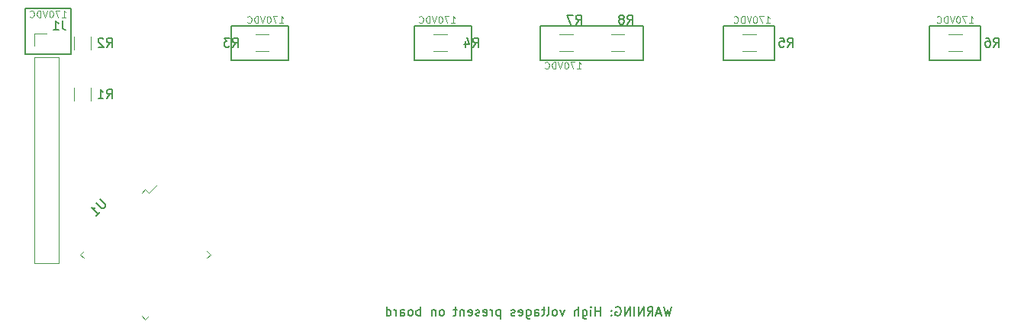
<source format=gbr>
%TF.GenerationSoftware,KiCad,Pcbnew,(6.0.2)*%
%TF.CreationDate,2023-05-21T11:07:31+01:00*%
%TF.ProjectId,Nixie Tube Interface Board,4e697869-6520-4547-9562-6520496e7465,rev?*%
%TF.SameCoordinates,Original*%
%TF.FileFunction,Legend,Bot*%
%TF.FilePolarity,Positive*%
%FSLAX46Y46*%
G04 Gerber Fmt 4.6, Leading zero omitted, Abs format (unit mm)*
G04 Created by KiCad (PCBNEW (6.0.2)) date 2023-05-21 11:07:31*
%MOMM*%
%LPD*%
G01*
G04 APERTURE LIST*
%ADD10C,0.150000*%
%ADD11C,0.100000*%
%ADD12C,0.120000*%
G04 APERTURE END LIST*
D10*
X153017142Y-111212380D02*
X152779047Y-112212380D01*
X152588571Y-111498095D01*
X152398095Y-112212380D01*
X152160000Y-111212380D01*
X151826666Y-111926666D02*
X151350476Y-111926666D01*
X151921904Y-112212380D02*
X151588571Y-111212380D01*
X151255238Y-112212380D01*
X150350476Y-112212380D02*
X150683809Y-111736190D01*
X150921904Y-112212380D02*
X150921904Y-111212380D01*
X150540952Y-111212380D01*
X150445714Y-111260000D01*
X150398095Y-111307619D01*
X150350476Y-111402857D01*
X150350476Y-111545714D01*
X150398095Y-111640952D01*
X150445714Y-111688571D01*
X150540952Y-111736190D01*
X150921904Y-111736190D01*
X149921904Y-112212380D02*
X149921904Y-111212380D01*
X149350476Y-112212380D01*
X149350476Y-111212380D01*
X148874285Y-112212380D02*
X148874285Y-111212380D01*
X148398095Y-112212380D02*
X148398095Y-111212380D01*
X147826666Y-112212380D01*
X147826666Y-111212380D01*
X146826666Y-111260000D02*
X146921904Y-111212380D01*
X147064761Y-111212380D01*
X147207619Y-111260000D01*
X147302857Y-111355238D01*
X147350476Y-111450476D01*
X147398095Y-111640952D01*
X147398095Y-111783809D01*
X147350476Y-111974285D01*
X147302857Y-112069523D01*
X147207619Y-112164761D01*
X147064761Y-112212380D01*
X146969523Y-112212380D01*
X146826666Y-112164761D01*
X146779047Y-112117142D01*
X146779047Y-111783809D01*
X146969523Y-111783809D01*
X146350476Y-112117142D02*
X146302857Y-112164761D01*
X146350476Y-112212380D01*
X146398095Y-112164761D01*
X146350476Y-112117142D01*
X146350476Y-112212380D01*
X146350476Y-111593333D02*
X146302857Y-111640952D01*
X146350476Y-111688571D01*
X146398095Y-111640952D01*
X146350476Y-111593333D01*
X146350476Y-111688571D01*
X145112380Y-112212380D02*
X145112380Y-111212380D01*
X145112380Y-111688571D02*
X144540952Y-111688571D01*
X144540952Y-112212380D02*
X144540952Y-111212380D01*
X144064761Y-112212380D02*
X144064761Y-111545714D01*
X144064761Y-111212380D02*
X144112380Y-111260000D01*
X144064761Y-111307619D01*
X144017142Y-111260000D01*
X144064761Y-111212380D01*
X144064761Y-111307619D01*
X143160000Y-111545714D02*
X143160000Y-112355238D01*
X143207619Y-112450476D01*
X143255238Y-112498095D01*
X143350476Y-112545714D01*
X143493333Y-112545714D01*
X143588571Y-112498095D01*
X143160000Y-112164761D02*
X143255238Y-112212380D01*
X143445714Y-112212380D01*
X143540952Y-112164761D01*
X143588571Y-112117142D01*
X143636190Y-112021904D01*
X143636190Y-111736190D01*
X143588571Y-111640952D01*
X143540952Y-111593333D01*
X143445714Y-111545714D01*
X143255238Y-111545714D01*
X143160000Y-111593333D01*
X142683809Y-112212380D02*
X142683809Y-111212380D01*
X142255238Y-112212380D02*
X142255238Y-111688571D01*
X142302857Y-111593333D01*
X142398095Y-111545714D01*
X142540952Y-111545714D01*
X142636190Y-111593333D01*
X142683809Y-111640952D01*
X141112380Y-111545714D02*
X140874285Y-112212380D01*
X140636190Y-111545714D01*
X140112380Y-112212380D02*
X140207619Y-112164761D01*
X140255238Y-112117142D01*
X140302857Y-112021904D01*
X140302857Y-111736190D01*
X140255238Y-111640952D01*
X140207619Y-111593333D01*
X140112380Y-111545714D01*
X139969523Y-111545714D01*
X139874285Y-111593333D01*
X139826666Y-111640952D01*
X139779047Y-111736190D01*
X139779047Y-112021904D01*
X139826666Y-112117142D01*
X139874285Y-112164761D01*
X139969523Y-112212380D01*
X140112380Y-112212380D01*
X139207619Y-112212380D02*
X139302857Y-112164761D01*
X139350476Y-112069523D01*
X139350476Y-111212380D01*
X138969523Y-111545714D02*
X138588571Y-111545714D01*
X138826666Y-111212380D02*
X138826666Y-112069523D01*
X138779047Y-112164761D01*
X138683809Y-112212380D01*
X138588571Y-112212380D01*
X137826666Y-112212380D02*
X137826666Y-111688571D01*
X137874285Y-111593333D01*
X137969523Y-111545714D01*
X138160000Y-111545714D01*
X138255238Y-111593333D01*
X137826666Y-112164761D02*
X137921904Y-112212380D01*
X138160000Y-112212380D01*
X138255238Y-112164761D01*
X138302857Y-112069523D01*
X138302857Y-111974285D01*
X138255238Y-111879047D01*
X138160000Y-111831428D01*
X137921904Y-111831428D01*
X137826666Y-111783809D01*
X136921904Y-111545714D02*
X136921904Y-112355238D01*
X136969523Y-112450476D01*
X137017142Y-112498095D01*
X137112380Y-112545714D01*
X137255238Y-112545714D01*
X137350476Y-112498095D01*
X136921904Y-112164761D02*
X137017142Y-112212380D01*
X137207619Y-112212380D01*
X137302857Y-112164761D01*
X137350476Y-112117142D01*
X137398095Y-112021904D01*
X137398095Y-111736190D01*
X137350476Y-111640952D01*
X137302857Y-111593333D01*
X137207619Y-111545714D01*
X137017142Y-111545714D01*
X136921904Y-111593333D01*
X136064761Y-112164761D02*
X136160000Y-112212380D01*
X136350476Y-112212380D01*
X136445714Y-112164761D01*
X136493333Y-112069523D01*
X136493333Y-111688571D01*
X136445714Y-111593333D01*
X136350476Y-111545714D01*
X136160000Y-111545714D01*
X136064761Y-111593333D01*
X136017142Y-111688571D01*
X136017142Y-111783809D01*
X136493333Y-111879047D01*
X135636190Y-112164761D02*
X135540952Y-112212380D01*
X135350476Y-112212380D01*
X135255238Y-112164761D01*
X135207619Y-112069523D01*
X135207619Y-112021904D01*
X135255238Y-111926666D01*
X135350476Y-111879047D01*
X135493333Y-111879047D01*
X135588571Y-111831428D01*
X135636190Y-111736190D01*
X135636190Y-111688571D01*
X135588571Y-111593333D01*
X135493333Y-111545714D01*
X135350476Y-111545714D01*
X135255238Y-111593333D01*
X134017142Y-111545714D02*
X134017142Y-112545714D01*
X134017142Y-111593333D02*
X133921904Y-111545714D01*
X133731428Y-111545714D01*
X133636190Y-111593333D01*
X133588571Y-111640952D01*
X133540952Y-111736190D01*
X133540952Y-112021904D01*
X133588571Y-112117142D01*
X133636190Y-112164761D01*
X133731428Y-112212380D01*
X133921904Y-112212380D01*
X134017142Y-112164761D01*
X133112380Y-112212380D02*
X133112380Y-111545714D01*
X133112380Y-111736190D02*
X133064761Y-111640952D01*
X133017142Y-111593333D01*
X132921904Y-111545714D01*
X132826666Y-111545714D01*
X132112380Y-112164761D02*
X132207619Y-112212380D01*
X132398095Y-112212380D01*
X132493333Y-112164761D01*
X132540952Y-112069523D01*
X132540952Y-111688571D01*
X132493333Y-111593333D01*
X132398095Y-111545714D01*
X132207619Y-111545714D01*
X132112380Y-111593333D01*
X132064761Y-111688571D01*
X132064761Y-111783809D01*
X132540952Y-111879047D01*
X131683809Y-112164761D02*
X131588571Y-112212380D01*
X131398095Y-112212380D01*
X131302857Y-112164761D01*
X131255238Y-112069523D01*
X131255238Y-112021904D01*
X131302857Y-111926666D01*
X131398095Y-111879047D01*
X131540952Y-111879047D01*
X131636190Y-111831428D01*
X131683809Y-111736190D01*
X131683809Y-111688571D01*
X131636190Y-111593333D01*
X131540952Y-111545714D01*
X131398095Y-111545714D01*
X131302857Y-111593333D01*
X130445714Y-112164761D02*
X130540952Y-112212380D01*
X130731428Y-112212380D01*
X130826666Y-112164761D01*
X130874285Y-112069523D01*
X130874285Y-111688571D01*
X130826666Y-111593333D01*
X130731428Y-111545714D01*
X130540952Y-111545714D01*
X130445714Y-111593333D01*
X130398095Y-111688571D01*
X130398095Y-111783809D01*
X130874285Y-111879047D01*
X129969523Y-111545714D02*
X129969523Y-112212380D01*
X129969523Y-111640952D02*
X129921904Y-111593333D01*
X129826666Y-111545714D01*
X129683809Y-111545714D01*
X129588571Y-111593333D01*
X129540952Y-111688571D01*
X129540952Y-112212380D01*
X129207619Y-111545714D02*
X128826666Y-111545714D01*
X129064761Y-111212380D02*
X129064761Y-112069523D01*
X129017142Y-112164761D01*
X128921904Y-112212380D01*
X128826666Y-112212380D01*
X127588571Y-112212380D02*
X127683809Y-112164761D01*
X127731428Y-112117142D01*
X127779047Y-112021904D01*
X127779047Y-111736190D01*
X127731428Y-111640952D01*
X127683809Y-111593333D01*
X127588571Y-111545714D01*
X127445714Y-111545714D01*
X127350476Y-111593333D01*
X127302857Y-111640952D01*
X127255238Y-111736190D01*
X127255238Y-112021904D01*
X127302857Y-112117142D01*
X127350476Y-112164761D01*
X127445714Y-112212380D01*
X127588571Y-112212380D01*
X126826666Y-111545714D02*
X126826666Y-112212380D01*
X126826666Y-111640952D02*
X126779047Y-111593333D01*
X126683809Y-111545714D01*
X126540952Y-111545714D01*
X126445714Y-111593333D01*
X126398095Y-111688571D01*
X126398095Y-112212380D01*
X125160000Y-112212380D02*
X125160000Y-111212380D01*
X125160000Y-111593333D02*
X125064761Y-111545714D01*
X124874285Y-111545714D01*
X124779047Y-111593333D01*
X124731428Y-111640952D01*
X124683809Y-111736190D01*
X124683809Y-112021904D01*
X124731428Y-112117142D01*
X124779047Y-112164761D01*
X124874285Y-112212380D01*
X125064761Y-112212380D01*
X125160000Y-112164761D01*
X124112380Y-112212380D02*
X124207619Y-112164761D01*
X124255238Y-112117142D01*
X124302857Y-112021904D01*
X124302857Y-111736190D01*
X124255238Y-111640952D01*
X124207619Y-111593333D01*
X124112380Y-111545714D01*
X123969523Y-111545714D01*
X123874285Y-111593333D01*
X123826666Y-111640952D01*
X123779047Y-111736190D01*
X123779047Y-112021904D01*
X123826666Y-112117142D01*
X123874285Y-112164761D01*
X123969523Y-112212380D01*
X124112380Y-112212380D01*
X122921904Y-112212380D02*
X122921904Y-111688571D01*
X122969523Y-111593333D01*
X123064761Y-111545714D01*
X123255238Y-111545714D01*
X123350476Y-111593333D01*
X122921904Y-112164761D02*
X123017142Y-112212380D01*
X123255238Y-112212380D01*
X123350476Y-112164761D01*
X123398095Y-112069523D01*
X123398095Y-111974285D01*
X123350476Y-111879047D01*
X123255238Y-111831428D01*
X123017142Y-111831428D01*
X122921904Y-111783809D01*
X122445714Y-112212380D02*
X122445714Y-111545714D01*
X122445714Y-111736190D02*
X122398095Y-111640952D01*
X122350476Y-111593333D01*
X122255238Y-111545714D01*
X122160000Y-111545714D01*
X121398095Y-112212380D02*
X121398095Y-111212380D01*
X121398095Y-112164761D02*
X121493333Y-112212380D01*
X121683809Y-112212380D01*
X121779047Y-112164761D01*
X121826666Y-112117142D01*
X121874285Y-112021904D01*
X121874285Y-111736190D01*
X121826666Y-111640952D01*
X121779047Y-111593333D01*
X121683809Y-111545714D01*
X121493333Y-111545714D01*
X121398095Y-111593333D01*
X181610000Y-83820000D02*
X187325000Y-83820000D01*
X187325000Y-83820000D02*
X187325000Y-80010000D01*
X187325000Y-80010000D02*
X181610000Y-80010000D01*
X181610000Y-80010000D02*
X181610000Y-83820000D01*
X158750000Y-83820000D02*
X164465000Y-83820000D01*
X164465000Y-83820000D02*
X164465000Y-80010000D01*
X164465000Y-80010000D02*
X158750000Y-80010000D01*
X158750000Y-80010000D02*
X158750000Y-83820000D01*
X138430000Y-83820000D02*
X149860000Y-83820000D01*
X149860000Y-83820000D02*
X149860000Y-80010000D01*
X149860000Y-80010000D02*
X138430000Y-80010000D01*
X138430000Y-80010000D02*
X138430000Y-83820000D01*
X124460000Y-83820000D02*
X130810000Y-83820000D01*
X130810000Y-83820000D02*
X130810000Y-80010000D01*
X130810000Y-80010000D02*
X124460000Y-80010000D01*
X124460000Y-80010000D02*
X124460000Y-83820000D01*
X104140000Y-83820000D02*
X110490000Y-83820000D01*
X110490000Y-83820000D02*
X110490000Y-80010000D01*
X110490000Y-80010000D02*
X104140000Y-80010000D01*
X104140000Y-80010000D02*
X104140000Y-83820000D01*
D11*
X85391428Y-79079285D02*
X85820000Y-79079285D01*
X85605714Y-79079285D02*
X85605714Y-78329285D01*
X85677142Y-78436428D01*
X85748571Y-78507857D01*
X85820000Y-78543571D01*
X85141428Y-78329285D02*
X84641428Y-78329285D01*
X84962857Y-79079285D01*
X84212857Y-78329285D02*
X84141428Y-78329285D01*
X84070000Y-78365000D01*
X84034285Y-78400714D01*
X83998571Y-78472142D01*
X83962857Y-78615000D01*
X83962857Y-78793571D01*
X83998571Y-78936428D01*
X84034285Y-79007857D01*
X84070000Y-79043571D01*
X84141428Y-79079285D01*
X84212857Y-79079285D01*
X84284285Y-79043571D01*
X84320000Y-79007857D01*
X84355714Y-78936428D01*
X84391428Y-78793571D01*
X84391428Y-78615000D01*
X84355714Y-78472142D01*
X84320000Y-78400714D01*
X84284285Y-78365000D01*
X84212857Y-78329285D01*
X83748571Y-78329285D02*
X83498571Y-79079285D01*
X83248571Y-78329285D01*
X82998571Y-79079285D02*
X82998571Y-78329285D01*
X82820000Y-78329285D01*
X82712857Y-78365000D01*
X82641428Y-78436428D01*
X82605714Y-78507857D01*
X82570000Y-78650714D01*
X82570000Y-78757857D01*
X82605714Y-78900714D01*
X82641428Y-78972142D01*
X82712857Y-79043571D01*
X82820000Y-79079285D01*
X82998571Y-79079285D01*
X81820000Y-79007857D02*
X81855714Y-79043571D01*
X81962857Y-79079285D01*
X82034285Y-79079285D01*
X82141428Y-79043571D01*
X82212857Y-78972142D01*
X82248571Y-78900714D01*
X82284285Y-78757857D01*
X82284285Y-78650714D01*
X82248571Y-78507857D01*
X82212857Y-78436428D01*
X82141428Y-78365000D01*
X82034285Y-78329285D01*
X81962857Y-78329285D01*
X81855714Y-78365000D01*
X81820000Y-78400714D01*
D10*
X81280000Y-78105000D02*
X86360000Y-78105000D01*
X86360000Y-78105000D02*
X86360000Y-83185000D01*
X86360000Y-83185000D02*
X81280000Y-83185000D01*
X81280000Y-83185000D02*
X81280000Y-78105000D01*
D11*
X186038928Y-79714285D02*
X186467500Y-79714285D01*
X186253214Y-79714285D02*
X186253214Y-78964285D01*
X186324642Y-79071428D01*
X186396071Y-79142857D01*
X186467500Y-79178571D01*
X185788928Y-78964285D02*
X185288928Y-78964285D01*
X185610357Y-79714285D01*
X184860357Y-78964285D02*
X184788928Y-78964285D01*
X184717500Y-79000000D01*
X184681785Y-79035714D01*
X184646071Y-79107142D01*
X184610357Y-79250000D01*
X184610357Y-79428571D01*
X184646071Y-79571428D01*
X184681785Y-79642857D01*
X184717500Y-79678571D01*
X184788928Y-79714285D01*
X184860357Y-79714285D01*
X184931785Y-79678571D01*
X184967500Y-79642857D01*
X185003214Y-79571428D01*
X185038928Y-79428571D01*
X185038928Y-79250000D01*
X185003214Y-79107142D01*
X184967500Y-79035714D01*
X184931785Y-79000000D01*
X184860357Y-78964285D01*
X184396071Y-78964285D02*
X184146071Y-79714285D01*
X183896071Y-78964285D01*
X183646071Y-79714285D02*
X183646071Y-78964285D01*
X183467500Y-78964285D01*
X183360357Y-79000000D01*
X183288928Y-79071428D01*
X183253214Y-79142857D01*
X183217500Y-79285714D01*
X183217500Y-79392857D01*
X183253214Y-79535714D01*
X183288928Y-79607142D01*
X183360357Y-79678571D01*
X183467500Y-79714285D01*
X183646071Y-79714285D01*
X182467500Y-79642857D02*
X182503214Y-79678571D01*
X182610357Y-79714285D01*
X182681785Y-79714285D01*
X182788928Y-79678571D01*
X182860357Y-79607142D01*
X182896071Y-79535714D01*
X182931785Y-79392857D01*
X182931785Y-79285714D01*
X182896071Y-79142857D01*
X182860357Y-79071428D01*
X182788928Y-79000000D01*
X182681785Y-78964285D01*
X182610357Y-78964285D01*
X182503214Y-79000000D01*
X182467500Y-79035714D01*
X163496428Y-79714285D02*
X163925000Y-79714285D01*
X163710714Y-79714285D02*
X163710714Y-78964285D01*
X163782142Y-79071428D01*
X163853571Y-79142857D01*
X163925000Y-79178571D01*
X163246428Y-78964285D02*
X162746428Y-78964285D01*
X163067857Y-79714285D01*
X162317857Y-78964285D02*
X162246428Y-78964285D01*
X162175000Y-79000000D01*
X162139285Y-79035714D01*
X162103571Y-79107142D01*
X162067857Y-79250000D01*
X162067857Y-79428571D01*
X162103571Y-79571428D01*
X162139285Y-79642857D01*
X162175000Y-79678571D01*
X162246428Y-79714285D01*
X162317857Y-79714285D01*
X162389285Y-79678571D01*
X162425000Y-79642857D01*
X162460714Y-79571428D01*
X162496428Y-79428571D01*
X162496428Y-79250000D01*
X162460714Y-79107142D01*
X162425000Y-79035714D01*
X162389285Y-79000000D01*
X162317857Y-78964285D01*
X161853571Y-78964285D02*
X161603571Y-79714285D01*
X161353571Y-78964285D01*
X161103571Y-79714285D02*
X161103571Y-78964285D01*
X160925000Y-78964285D01*
X160817857Y-79000000D01*
X160746428Y-79071428D01*
X160710714Y-79142857D01*
X160675000Y-79285714D01*
X160675000Y-79392857D01*
X160710714Y-79535714D01*
X160746428Y-79607142D01*
X160817857Y-79678571D01*
X160925000Y-79714285D01*
X161103571Y-79714285D01*
X159925000Y-79642857D02*
X159960714Y-79678571D01*
X160067857Y-79714285D01*
X160139285Y-79714285D01*
X160246428Y-79678571D01*
X160317857Y-79607142D01*
X160353571Y-79535714D01*
X160389285Y-79392857D01*
X160389285Y-79285714D01*
X160353571Y-79142857D01*
X160317857Y-79071428D01*
X160246428Y-79000000D01*
X160139285Y-78964285D01*
X160067857Y-78964285D01*
X159960714Y-79000000D01*
X159925000Y-79035714D01*
X142541428Y-84794285D02*
X142970000Y-84794285D01*
X142755714Y-84794285D02*
X142755714Y-84044285D01*
X142827142Y-84151428D01*
X142898571Y-84222857D01*
X142970000Y-84258571D01*
X142291428Y-84044285D02*
X141791428Y-84044285D01*
X142112857Y-84794285D01*
X141362857Y-84044285D02*
X141291428Y-84044285D01*
X141220000Y-84080000D01*
X141184285Y-84115714D01*
X141148571Y-84187142D01*
X141112857Y-84330000D01*
X141112857Y-84508571D01*
X141148571Y-84651428D01*
X141184285Y-84722857D01*
X141220000Y-84758571D01*
X141291428Y-84794285D01*
X141362857Y-84794285D01*
X141434285Y-84758571D01*
X141470000Y-84722857D01*
X141505714Y-84651428D01*
X141541428Y-84508571D01*
X141541428Y-84330000D01*
X141505714Y-84187142D01*
X141470000Y-84115714D01*
X141434285Y-84080000D01*
X141362857Y-84044285D01*
X140898571Y-84044285D02*
X140648571Y-84794285D01*
X140398571Y-84044285D01*
X140148571Y-84794285D02*
X140148571Y-84044285D01*
X139970000Y-84044285D01*
X139862857Y-84080000D01*
X139791428Y-84151428D01*
X139755714Y-84222857D01*
X139720000Y-84365714D01*
X139720000Y-84472857D01*
X139755714Y-84615714D01*
X139791428Y-84687142D01*
X139862857Y-84758571D01*
X139970000Y-84794285D01*
X140148571Y-84794285D01*
X138970000Y-84722857D02*
X139005714Y-84758571D01*
X139112857Y-84794285D01*
X139184285Y-84794285D01*
X139291428Y-84758571D01*
X139362857Y-84687142D01*
X139398571Y-84615714D01*
X139434285Y-84472857D01*
X139434285Y-84365714D01*
X139398571Y-84222857D01*
X139362857Y-84151428D01*
X139291428Y-84080000D01*
X139184285Y-84044285D01*
X139112857Y-84044285D01*
X139005714Y-84080000D01*
X138970000Y-84115714D01*
X128571428Y-79714285D02*
X129000000Y-79714285D01*
X128785714Y-79714285D02*
X128785714Y-78964285D01*
X128857142Y-79071428D01*
X128928571Y-79142857D01*
X129000000Y-79178571D01*
X128321428Y-78964285D02*
X127821428Y-78964285D01*
X128142857Y-79714285D01*
X127392857Y-78964285D02*
X127321428Y-78964285D01*
X127250000Y-79000000D01*
X127214285Y-79035714D01*
X127178571Y-79107142D01*
X127142857Y-79250000D01*
X127142857Y-79428571D01*
X127178571Y-79571428D01*
X127214285Y-79642857D01*
X127250000Y-79678571D01*
X127321428Y-79714285D01*
X127392857Y-79714285D01*
X127464285Y-79678571D01*
X127500000Y-79642857D01*
X127535714Y-79571428D01*
X127571428Y-79428571D01*
X127571428Y-79250000D01*
X127535714Y-79107142D01*
X127500000Y-79035714D01*
X127464285Y-79000000D01*
X127392857Y-78964285D01*
X126928571Y-78964285D02*
X126678571Y-79714285D01*
X126428571Y-78964285D01*
X126178571Y-79714285D02*
X126178571Y-78964285D01*
X126000000Y-78964285D01*
X125892857Y-79000000D01*
X125821428Y-79071428D01*
X125785714Y-79142857D01*
X125750000Y-79285714D01*
X125750000Y-79392857D01*
X125785714Y-79535714D01*
X125821428Y-79607142D01*
X125892857Y-79678571D01*
X126000000Y-79714285D01*
X126178571Y-79714285D01*
X125000000Y-79642857D02*
X125035714Y-79678571D01*
X125142857Y-79714285D01*
X125214285Y-79714285D01*
X125321428Y-79678571D01*
X125392857Y-79607142D01*
X125428571Y-79535714D01*
X125464285Y-79392857D01*
X125464285Y-79285714D01*
X125428571Y-79142857D01*
X125392857Y-79071428D01*
X125321428Y-79000000D01*
X125214285Y-78964285D01*
X125142857Y-78964285D01*
X125035714Y-79000000D01*
X125000000Y-79035714D01*
X109521428Y-79714285D02*
X109950000Y-79714285D01*
X109735714Y-79714285D02*
X109735714Y-78964285D01*
X109807142Y-79071428D01*
X109878571Y-79142857D01*
X109950000Y-79178571D01*
X109271428Y-78964285D02*
X108771428Y-78964285D01*
X109092857Y-79714285D01*
X108342857Y-78964285D02*
X108271428Y-78964285D01*
X108200000Y-79000000D01*
X108164285Y-79035714D01*
X108128571Y-79107142D01*
X108092857Y-79250000D01*
X108092857Y-79428571D01*
X108128571Y-79571428D01*
X108164285Y-79642857D01*
X108200000Y-79678571D01*
X108271428Y-79714285D01*
X108342857Y-79714285D01*
X108414285Y-79678571D01*
X108450000Y-79642857D01*
X108485714Y-79571428D01*
X108521428Y-79428571D01*
X108521428Y-79250000D01*
X108485714Y-79107142D01*
X108450000Y-79035714D01*
X108414285Y-79000000D01*
X108342857Y-78964285D01*
X107878571Y-78964285D02*
X107628571Y-79714285D01*
X107378571Y-78964285D01*
X107128571Y-79714285D02*
X107128571Y-78964285D01*
X106950000Y-78964285D01*
X106842857Y-79000000D01*
X106771428Y-79071428D01*
X106735714Y-79142857D01*
X106700000Y-79285714D01*
X106700000Y-79392857D01*
X106735714Y-79535714D01*
X106771428Y-79607142D01*
X106842857Y-79678571D01*
X106950000Y-79714285D01*
X107128571Y-79714285D01*
X105950000Y-79642857D02*
X105985714Y-79678571D01*
X106092857Y-79714285D01*
X106164285Y-79714285D01*
X106271428Y-79678571D01*
X106342857Y-79607142D01*
X106378571Y-79535714D01*
X106414285Y-79392857D01*
X106414285Y-79285714D01*
X106378571Y-79142857D01*
X106342857Y-79071428D01*
X106271428Y-79000000D01*
X106164285Y-78964285D01*
X106092857Y-78964285D01*
X105985714Y-79000000D01*
X105950000Y-79035714D01*
D10*
%TO.C,U1*%
X89569287Y-99286791D02*
X90141707Y-99859211D01*
X90175379Y-99960226D01*
X90175379Y-100027570D01*
X90141707Y-100128585D01*
X90007020Y-100263272D01*
X89906005Y-100296944D01*
X89838661Y-100296944D01*
X89737646Y-100263272D01*
X89165226Y-99690852D01*
X89165226Y-101105066D02*
X89569287Y-100701005D01*
X89367257Y-100903035D02*
X88660150Y-100195929D01*
X88828509Y-100229600D01*
X88963196Y-100229600D01*
X89064211Y-100195929D01*
%TO.C,R7*%
X142406666Y-79827380D02*
X142740000Y-79351190D01*
X142978095Y-79827380D02*
X142978095Y-78827380D01*
X142597142Y-78827380D01*
X142501904Y-78875000D01*
X142454285Y-78922619D01*
X142406666Y-79017857D01*
X142406666Y-79160714D01*
X142454285Y-79255952D01*
X142501904Y-79303571D01*
X142597142Y-79351190D01*
X142978095Y-79351190D01*
X142073333Y-78827380D02*
X141406666Y-78827380D01*
X141835238Y-79827380D01*
%TO.C,R8*%
X148121666Y-79827380D02*
X148455000Y-79351190D01*
X148693095Y-79827380D02*
X148693095Y-78827380D01*
X148312142Y-78827380D01*
X148216904Y-78875000D01*
X148169285Y-78922619D01*
X148121666Y-79017857D01*
X148121666Y-79160714D01*
X148169285Y-79255952D01*
X148216904Y-79303571D01*
X148312142Y-79351190D01*
X148693095Y-79351190D01*
X147550238Y-79255952D02*
X147645476Y-79208333D01*
X147693095Y-79160714D01*
X147740714Y-79065476D01*
X147740714Y-79017857D01*
X147693095Y-78922619D01*
X147645476Y-78875000D01*
X147550238Y-78827380D01*
X147359761Y-78827380D01*
X147264523Y-78875000D01*
X147216904Y-78922619D01*
X147169285Y-79017857D01*
X147169285Y-79065476D01*
X147216904Y-79160714D01*
X147264523Y-79208333D01*
X147359761Y-79255952D01*
X147550238Y-79255952D01*
X147645476Y-79303571D01*
X147693095Y-79351190D01*
X147740714Y-79446428D01*
X147740714Y-79636904D01*
X147693095Y-79732142D01*
X147645476Y-79779761D01*
X147550238Y-79827380D01*
X147359761Y-79827380D01*
X147264523Y-79779761D01*
X147216904Y-79732142D01*
X147169285Y-79636904D01*
X147169285Y-79446428D01*
X147216904Y-79351190D01*
X147264523Y-79303571D01*
X147359761Y-79255952D01*
%TO.C,R5*%
X165901666Y-82367380D02*
X166235000Y-81891190D01*
X166473095Y-82367380D02*
X166473095Y-81367380D01*
X166092142Y-81367380D01*
X165996904Y-81415000D01*
X165949285Y-81462619D01*
X165901666Y-81557857D01*
X165901666Y-81700714D01*
X165949285Y-81795952D01*
X165996904Y-81843571D01*
X166092142Y-81891190D01*
X166473095Y-81891190D01*
X164996904Y-81367380D02*
X165473095Y-81367380D01*
X165520714Y-81843571D01*
X165473095Y-81795952D01*
X165377857Y-81748333D01*
X165139761Y-81748333D01*
X165044523Y-81795952D01*
X164996904Y-81843571D01*
X164949285Y-81938809D01*
X164949285Y-82176904D01*
X164996904Y-82272142D01*
X165044523Y-82319761D01*
X165139761Y-82367380D01*
X165377857Y-82367380D01*
X165473095Y-82319761D01*
X165520714Y-82272142D01*
%TO.C,R3*%
X104306666Y-82367380D02*
X104640000Y-81891190D01*
X104878095Y-82367380D02*
X104878095Y-81367380D01*
X104497142Y-81367380D01*
X104401904Y-81415000D01*
X104354285Y-81462619D01*
X104306666Y-81557857D01*
X104306666Y-81700714D01*
X104354285Y-81795952D01*
X104401904Y-81843571D01*
X104497142Y-81891190D01*
X104878095Y-81891190D01*
X103973333Y-81367380D02*
X103354285Y-81367380D01*
X103687619Y-81748333D01*
X103544761Y-81748333D01*
X103449523Y-81795952D01*
X103401904Y-81843571D01*
X103354285Y-81938809D01*
X103354285Y-82176904D01*
X103401904Y-82272142D01*
X103449523Y-82319761D01*
X103544761Y-82367380D01*
X103830476Y-82367380D01*
X103925714Y-82319761D01*
X103973333Y-82272142D01*
%TO.C,R4*%
X130976666Y-82367380D02*
X131310000Y-81891190D01*
X131548095Y-82367380D02*
X131548095Y-81367380D01*
X131167142Y-81367380D01*
X131071904Y-81415000D01*
X131024285Y-81462619D01*
X130976666Y-81557857D01*
X130976666Y-81700714D01*
X131024285Y-81795952D01*
X131071904Y-81843571D01*
X131167142Y-81891190D01*
X131548095Y-81891190D01*
X130119523Y-81700714D02*
X130119523Y-82367380D01*
X130357619Y-81319761D02*
X130595714Y-82034047D01*
X129976666Y-82034047D01*
%TO.C,R6*%
X188761666Y-82367380D02*
X189095000Y-81891190D01*
X189333095Y-82367380D02*
X189333095Y-81367380D01*
X188952142Y-81367380D01*
X188856904Y-81415000D01*
X188809285Y-81462619D01*
X188761666Y-81557857D01*
X188761666Y-81700714D01*
X188809285Y-81795952D01*
X188856904Y-81843571D01*
X188952142Y-81891190D01*
X189333095Y-81891190D01*
X187904523Y-81367380D02*
X188095000Y-81367380D01*
X188190238Y-81415000D01*
X188237857Y-81462619D01*
X188333095Y-81605476D01*
X188380714Y-81795952D01*
X188380714Y-82176904D01*
X188333095Y-82272142D01*
X188285476Y-82319761D01*
X188190238Y-82367380D01*
X187999761Y-82367380D01*
X187904523Y-82319761D01*
X187856904Y-82272142D01*
X187809285Y-82176904D01*
X187809285Y-81938809D01*
X187856904Y-81843571D01*
X187904523Y-81795952D01*
X187999761Y-81748333D01*
X188190238Y-81748333D01*
X188285476Y-81795952D01*
X188333095Y-81843571D01*
X188380714Y-81938809D01*
%TO.C,R1*%
X90336666Y-88082380D02*
X90670000Y-87606190D01*
X90908095Y-88082380D02*
X90908095Y-87082380D01*
X90527142Y-87082380D01*
X90431904Y-87130000D01*
X90384285Y-87177619D01*
X90336666Y-87272857D01*
X90336666Y-87415714D01*
X90384285Y-87510952D01*
X90431904Y-87558571D01*
X90527142Y-87606190D01*
X90908095Y-87606190D01*
X89384285Y-88082380D02*
X89955714Y-88082380D01*
X89670000Y-88082380D02*
X89670000Y-87082380D01*
X89765238Y-87225238D01*
X89860476Y-87320476D01*
X89955714Y-87368095D01*
%TO.C,R2*%
X90336666Y-82367380D02*
X90670000Y-81891190D01*
X90908095Y-82367380D02*
X90908095Y-81367380D01*
X90527142Y-81367380D01*
X90431904Y-81415000D01*
X90384285Y-81462619D01*
X90336666Y-81557857D01*
X90336666Y-81700714D01*
X90384285Y-81795952D01*
X90431904Y-81843571D01*
X90527142Y-81891190D01*
X90908095Y-81891190D01*
X89955714Y-81462619D02*
X89908095Y-81415000D01*
X89812857Y-81367380D01*
X89574761Y-81367380D01*
X89479523Y-81415000D01*
X89431904Y-81462619D01*
X89384285Y-81557857D01*
X89384285Y-81653095D01*
X89431904Y-81795952D01*
X90003333Y-82367380D01*
X89384285Y-82367380D01*
%TO.C,J1*%
X85423333Y-79462380D02*
X85423333Y-80176666D01*
X85470952Y-80319523D01*
X85566190Y-80414761D01*
X85709047Y-80462380D01*
X85804285Y-80462380D01*
X84423333Y-80462380D02*
X84994761Y-80462380D01*
X84709047Y-80462380D02*
X84709047Y-79462380D01*
X84804285Y-79605238D01*
X84899523Y-79700476D01*
X84994761Y-79748095D01*
D12*
%TO.C,U1*%
X87794955Y-105003414D02*
X87388369Y-105410000D01*
X101841631Y-105410000D02*
X101435045Y-105003414D01*
X94208414Y-98589955D02*
X94615000Y-98183369D01*
X87388369Y-105410000D02*
X87794955Y-105816586D01*
X101435045Y-105816586D02*
X101841631Y-105410000D01*
X95021586Y-98589955D02*
X95933754Y-97677787D01*
X95021586Y-112230045D02*
X94615000Y-112636631D01*
X94615000Y-112636631D02*
X94208414Y-112230045D01*
X94615000Y-98183369D02*
X95021586Y-98589955D01*
%TO.C,R7*%
X142052064Y-81005000D02*
X140597936Y-81005000D01*
X142052064Y-82825000D02*
X140597936Y-82825000D01*
%TO.C,R8*%
X146312936Y-82825000D02*
X147767064Y-82825000D01*
X146312936Y-81005000D02*
X147767064Y-81005000D01*
%TO.C,R5*%
X160917936Y-81005000D02*
X162372064Y-81005000D01*
X160917936Y-82825000D02*
X162372064Y-82825000D01*
%TO.C,R3*%
X108322064Y-81005000D02*
X106867936Y-81005000D01*
X108322064Y-82825000D02*
X106867936Y-82825000D01*
%TO.C,R4*%
X126627936Y-81005000D02*
X128082064Y-81005000D01*
X126627936Y-82825000D02*
X128082064Y-82825000D01*
%TO.C,R6*%
X183777936Y-81005000D02*
X185232064Y-81005000D01*
X183777936Y-82825000D02*
X185232064Y-82825000D01*
%TO.C,R1*%
X88540000Y-88357064D02*
X88540000Y-86902936D01*
X86720000Y-88357064D02*
X86720000Y-86902936D01*
%TO.C,R2*%
X86720000Y-82642064D02*
X86720000Y-81187936D01*
X88540000Y-82642064D02*
X88540000Y-81187936D01*
%TO.C,J1*%
X83660000Y-80885000D02*
X82330000Y-80885000D01*
X84990000Y-83485000D02*
X82330000Y-83485000D01*
X84990000Y-83485000D02*
X84990000Y-106405000D01*
X82330000Y-83485000D02*
X82330000Y-106405000D01*
X84990000Y-106405000D02*
X82330000Y-106405000D01*
X82330000Y-80885000D02*
X82330000Y-82215000D01*
%TD*%
M02*

</source>
